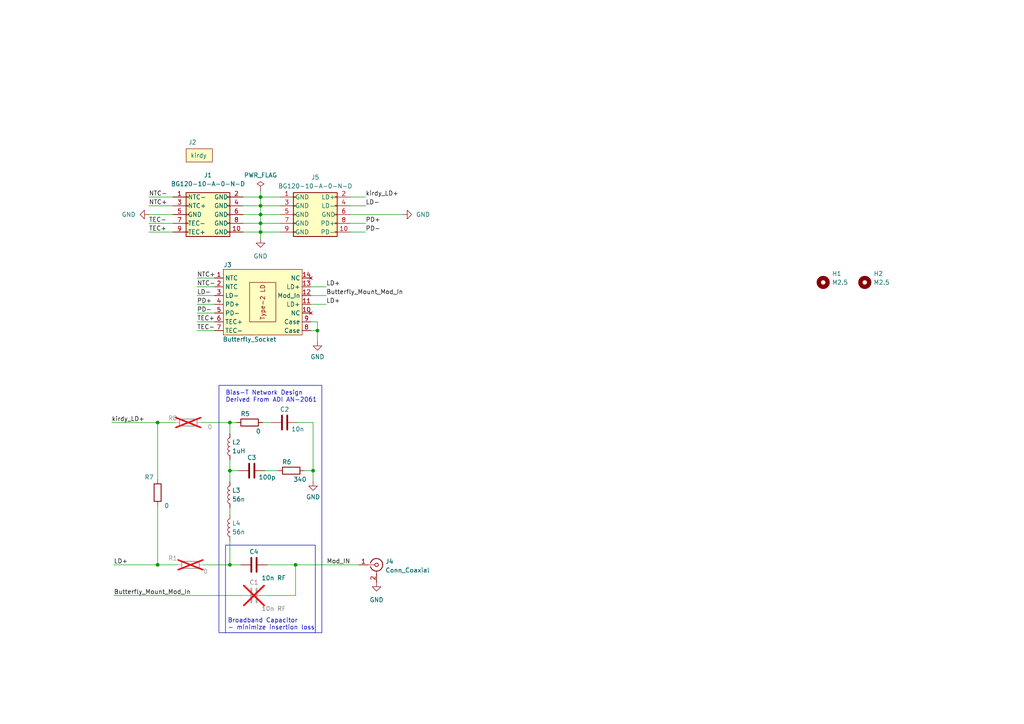
<source format=kicad_sch>
(kicad_sch (version 20230121) (generator eeschema)
  (paper "A4")
  (title_block (title "kirdy_adapter_type_2_LD") (date "2023-11-14") (rev "rev0_1") (company "M-Labs Limited"))
  (lib_symbols
    (symbol "Connector:Conn_Coaxial" (pin_names (offset 1.016) hide)
      (property "Reference" "J" (at 0.254 3.048 0))
      (property "Value" "Conn_Coaxial" (at 2.921 0 90))
      (symbol "Conn_Coaxial_0_1"
        (arc (start -1.778 -0.508) (mid 0.2311 -1.8066) (end 1.778 0) (stroke (width 0.254)))
        (polyline (pts (xy -2.54 0) (xy -0.508 0)))
        (polyline (pts (xy 0 -2.54) (xy 0 -1.778)))
        (circle (center 0 0) (radius 0.508) (stroke (width 0.2032)))
        (arc (start 1.778 0) (mid 0.2099 1.8101) (end -1.778 0.508) (stroke (width 0.254)))
      )
      (symbol "Conn_Coaxial_1_1"
        (pin passive line (at -5.08 0 0) (length 2.54) (name "In") (number "1"))
        (pin passive line (at 0 -5.08 90) (length 2.54) (name "Ext") (number "2"))
      )
    )
    (symbol "Device:C" (pin_numbers hide) (pin_names (offset 0.254))
      (property "Reference" "C" (at 0.635 2.54 0))
      (property "Value" "C" (at 0.635 -2.54 0))
      (symbol "C_0_1"
        (polyline (pts (xy -2.032 -0.762) (xy 2.032 -0.762)) (stroke (width 0.508)))
        (polyline (pts (xy -2.032 0.762) (xy 2.032 0.762)) (stroke (width 0.508)))
      )
      (symbol "C_1_1"
        (pin passive line (at 0 3.81 270) (length 2.794) (name "~") (number "1"))
        (pin passive line (at 0 -3.81 90) (length 2.794) (name "~") (number "2"))
      )
    )
    (symbol "Device:L" (pin_numbers hide) (pin_names (offset 1.016) hide)
      (property "Reference" "L" (at -1.27 0 90))
      (property "Value" "L" (at 1.905 0 90))
      (symbol "L_0_1"
        (arc (start 0 -2.54) (mid 0.6323 -1.905) (end 0 -1.27))
        (arc (start 0 -1.27) (mid 0.6323 -0.635) (end 0 0))
        (arc (start 0 0) (mid 0.6323 0.635) (end 0 1.27))
        (arc (start 0 1.27) (mid 0.6323 1.905) (end 0 2.54))
      )
      (symbol "L_1_1"
        (pin passive line (at 0 3.81 270) (length 1.27) (name "1") (number "1"))
        (pin passive line (at 0 -3.81 90) (length 1.27) (name "2") (number "2"))
      )
    )
    (symbol "Device:R" (pin_numbers hide) (pin_names (offset 0))
      (property "Reference" "R" (at 2.032 0 90))
      (property "Value" "R" (at 0 0 90))
      (symbol "R_0_1"
        (rectangle (start -1.016 -2.54) (end 1.016 2.54) (stroke (width 0.254)))
      )
      (symbol "R_1_1"
        (pin passive line (at 0 3.81 270) (length 1.27) (name "~") (number "1"))
        (pin passive line (at 0 -3.81 90) (length 1.27) (name "~") (number "2"))
      )
    )
    (symbol "Mechanical:MountingHole" (pin_names (offset 1.016))
      (property "Reference" "H" (at 0 5.08 0))
      (property "Value" "MountingHole" (at 0 3.175 0))
      (symbol "MountingHole_0_1"
        (circle (center 0 0) (radius 1.27) (stroke (width 1.27)))
      )
    )
    (symbol "kirdy_adapter:butterfly_socket_type_2"
      (property "Reference" "J" (at 1.27 1.27 0))
      (property "Value" "Butterfly_Socket" (at 7.62 -20.32 0))
      (symbol "butterfly_socket_type_2_1_1"
        (rectangle (start 0 0) (end 22.86 -19.05) (fill (type background)))
        (rectangle (start 7.62 -3.81) (end 15.24 -15.24))
        (text "Type-2 LD" (at 11.43 -9.525 900) (effects (font (size 1.27 1.27))))
        (pin input line (at -2.54 -2.54 0) (length 2.54) (name "NTC") (number "1"))
        (pin no_connect line (at 25.4 -12.7 180) (length 2.54) (name "NC") (number "10"))
        (pin passive line (at 25.4 -10.16 180) (length 2.54) (name "LD+") (number "11"))
        (pin passive line (at 25.4 -7.62 180) (length 2.54) (name "Mod_In") (number "12"))
        (pin passive line (at 25.4 -5.08 180) (length 2.54) (name "LD+") (number "13"))
        (pin no_connect line (at 25.4 -2.54 180) (length 2.54) (name "NC") (number "14"))
        (pin input line (at -2.54 -5.08 0) (length 2.54) (name "NTC") (number "2"))
        (pin input line (at -2.54 -7.62 0) (length 2.54) (name "LD-") (number "3"))
        (pin input line (at -2.54 -10.16 0) (length 2.54) (name "PD+") (number "4"))
        (pin input line (at -2.54 -12.7 0) (length 2.54) (name "PD-") (number "5"))
        (pin passive line (at -2.54 -15.24 0) (length 2.54) (name "TEC+") (number "6"))
        (pin passive line (at -2.54 -17.78 0) (length 2.54) (name "TEC-") (number "7"))
        (pin passive line (at 25.4 -17.78 180) (length 2.54) (name "Case") (number "8"))
        (pin passive line (at 25.4 -15.24 180) (length 2.54) (name "Case") (number "9"))
      )
    )
    (symbol "kirdy_adapter:kirdy_3d_model"
      (property "Reference" "J" (at 1.27 1.27 0))
      (property "Value" "kirdy" (at 3.81 -1.905 0))
      (symbol "kirdy_3d_model_1_1"
        (rectangle (start 0 0) (end 7.62 -3.81) (fill (type background)))
      )
    )
    (symbol "kirdy_adapter:kirdy_socket_1"
      (property "Reference" "J" (at 5.08 2.54 0))
      (property "Value" "BG120-10-A-0-N-D" (at 10.16 -12.7 0))
      (symbol "kirdy_socket_1_1_1"
        (rectangle (start 3.81 -10.033) (end 4.445 -10.287) (stroke (width 0.1524)))
        (rectangle (start 3.81 -7.493) (end 4.445 -7.747) (stroke (width 0.1524)))
        (rectangle (start 3.81 -4.953) (end 4.445 -5.207) (stroke (width 0.1524)))
        (rectangle (start 3.81 -2.413) (end 4.445 -2.667) (stroke (width 0.1524)))
        (rectangle (start 3.81 0.127) (end 4.445 -0.127) (stroke (width 0.1524)))
        (rectangle (start 3.81 1.27) (end 16.51 -11.43) (stroke (width 0.254)) (fill (type background)))
        (rectangle (start 15.875 -10.033) (end 16.51 -10.287) (stroke (width 0.1524)))
        (rectangle (start 15.875 -7.493) (end 16.51 -7.747) (stroke (width 0.1524)))
        (rectangle (start 15.875 -4.953) (end 16.51 -5.207) (stroke (width 0.1524)))
        (rectangle (start 15.875 -2.413) (end 16.51 -2.667) (stroke (width 0.1524)))
        (rectangle (start 15.875 0.127) (end 16.51 -0.127) (stroke (width 0.1524)))
        (pin passive line (at 0 0 0) (length 3.81) (name "NTC-") (number "1"))
        (pin passive line (at 20.32 -10.16 180) (length 3.81) (name "GND") (number "10"))
        (pin passive line (at 20.32 0 180) (length 3.81) (name "GND") (number "2"))
        (pin passive line (at 0 -2.54 0) (length 3.81) (name "NTC+") (number "3"))
        (pin passive line (at 20.32 -2.54 180) (length 3.81) (name "GND") (number "4"))
        (pin passive line (at 0 -5.08 0) (length 3.81) (name "GND") (number "5"))
        (pin passive line (at 20.32 -5.08 180) (length 3.81) (name "GND") (number "6"))
        (pin passive line (at 0 -7.62 0) (length 3.81) (name "TEC-") (number "7"))
        (pin passive line (at 20.32 -7.62 180) (length 3.81) (name "GND") (number "8"))
        (pin passive line (at 0 -10.16 0) (length 3.81) (name "TEC+") (number "9"))
      )
    )
    (symbol "kirdy_adapter:kirdy_socket_2"
      (property "Reference" "J" (at 5.08 2.54 0))
      (property "Value" "BG120-10-A-0-N-D" (at 10.16 -12.7 0))
      (symbol "kirdy_socket_2_1_1"
        (rectangle (start 3.81 -10.033) (end 4.445 -10.287) (stroke (width 0.1524)))
        (rectangle (start 3.81 -7.493) (end 4.445 -7.747) (stroke (width 0.1524)))
        (rectangle (start 3.81 -4.953) (end 4.445 -5.207) (stroke (width 0.1524)))
        (rectangle (start 3.81 -2.413) (end 4.445 -2.667) (stroke (width 0.1524)))
        (rectangle (start 3.81 0.127) (end 4.445 -0.127) (stroke (width 0.1524)))
        (rectangle (start 3.81 1.27) (end 16.51 -11.43) (stroke (width 0.254)) (fill (type background)))
        (rectangle (start 15.875 -10.033) (end 16.51 -10.287) (stroke (width 0.1524)))
        (rectangle (start 15.875 -7.493) (end 16.51 -7.747) (stroke (width 0.1524)))
        (rectangle (start 15.875 -4.953) (end 16.51 -5.207) (stroke (width 0.1524)))
        (rectangle (start 15.875 -2.413) (end 16.51 -2.667) (stroke (width 0.1524)))
        (rectangle (start 15.875 0.127) (end 16.51 -0.127) (stroke (width 0.1524)))
        (pin passive line (at 0 0 0) (length 3.81) (name "GND") (number "1"))
        (pin passive line (at 20.32 -10.16 180) (length 3.81) (name "PD-") (number "10"))
        (pin passive line (at 20.32 0 180) (length 3.81) (name "LD+") (number "2"))
        (pin passive line (at 0 -2.54 0) (length 3.81) (name "GND") (number "3"))
        (pin passive line (at 20.32 -2.54 180) (length 3.81) (name "LD-") (number "4"))
        (pin passive line (at 0 -5.08 0) (length 3.81) (name "GND") (number "5"))
        (pin passive line (at 20.32 -5.08 180) (length 3.81) (name "GND") (number "6"))
        (pin passive line (at 0 -7.62 0) (length 3.81) (name "GND") (number "7"))
        (pin passive line (at 20.32 -7.62 180) (length 3.81) (name "PD+") (number "8"))
        (pin passive line (at 0 -10.16 0) (length 3.81) (name "GND") (number "9"))
      )
    )
    (symbol "power:GND" (power) (pin_names (offset 0))
      (property "Value" "GND" (at 0 -3.81 0))
      (symbol "GND_0_1"
        (polyline (pts (xy 0 0) (xy 0 -1.27) (xy 1.27 -1.27) (xy 0 -2.54) (xy -1.27 -1.27) (xy 0 -1.27)))
      )
      (symbol "GND_1_1"
        (pin power_in line (at 0 0 270) (length 0) hide (name "GND") (number "1"))
      )
    )
    (symbol "power:PWR_FLAG" (power) (pin_numbers hide) (pin_names (offset 0) hide)
      (property "Value" "PWR_FLAG" (at 0 3.81 0))
      (symbol "PWR_FLAG_0_0"
        (pin power_out line (at 0 0 90) (length 0) (name "pwr") (number "1"))
      )
      (symbol "PWR_FLAG_0_1"
        (polyline (pts (xy 0 0) (xy 0 1.27) (xy -1.016 1.905) (xy 0 2.54) (xy 1.016 1.905) (xy 0 1.27)))
      )
    )
  )
  (junction (at 45.72 163.83))
  (junction (at 75.565 59.69))
  (junction (at 75.565 62.23))
  (junction (at 66.675 122.555))
  (junction (at 85.725 163.83))
  (junction (at 66.675 163.83))
  (junction (at 66.675 136.525))
  (junction (at 75.565 57.15))
  (junction (at 45.72 122.555))
  (junction (at 75.565 67.31))
  (junction (at 75.565 64.77))
  (junction (at 90.805 136.525))
  (junction (at 92.075 95.885))
  (wire (pts (xy 57.15 90.805) (xy 62.23 90.805)))
  (wire (pts (xy 45.72 163.83) (xy 51.435 163.83)))
  (wire (pts (xy 57.15 95.885) (xy 62.23 95.885)))
  (wire (pts (xy 75.565 67.31) (xy 81.28 67.31)))
  (wire (pts (xy 66.675 136.525) (xy 66.675 139.7)))
  (wire (pts (xy 75.565 67.31) (xy 70.485 67.31)))
  (wire (pts (xy 75.565 59.69) (xy 75.565 62.23)))
  (wire (pts (xy 66.675 147.32) (xy 66.675 149.225)))
  (wire (pts (xy 92.075 95.885) (xy 92.075 99.06)))
  (wire (pts (xy 33.02 172.72) (xy 69.85 172.72)))
  (wire (pts (xy 43.18 59.69) (xy 50.165 59.69)))
  (wire (pts (xy 75.565 62.23) (xy 75.565 64.77)))
  (wire (pts (xy 57.15 85.725) (xy 62.23 85.725)))
  (wire (pts (xy 86.36 122.555) (xy 90.805 122.555)))
  (wire (pts (xy 94.615 88.265) (xy 90.17 88.265)))
  (wire (pts (xy 106.045 57.15) (xy 101.6 57.15)))
  (wire (pts (xy 92.075 93.345) (xy 90.17 93.345)))
  (wire (pts (xy 66.675 156.845) (xy 66.675 163.83)))
  (wire (pts (xy 45.72 122.555) (xy 50.8 122.555)))
  (wire (pts (xy 57.15 80.645) (xy 62.23 80.645)))
  (wire (pts (xy 77.47 163.83) (xy 85.725 163.83)))
  (wire (pts (xy 66.675 163.83) (xy 69.85 163.83)))
  (wire (pts (xy 85.725 172.72) (xy 85.725 163.83)))
  (wire (pts (xy 45.72 139.065) (xy 45.72 122.555)))
  (wire (pts (xy 94.615 83.185) (xy 90.17 83.185)))
  (wire (pts (xy 76.2 122.555) (xy 78.74 122.555)))
  (wire (pts (xy 75.565 59.69) (xy 81.28 59.69)))
  (wire (pts (xy 75.565 57.15) (xy 81.28 57.15)))
  (wire (pts (xy 116.84 62.23) (xy 101.6 62.23)))
  (wire (pts (xy 75.565 57.15) (xy 75.565 59.69)))
  (wire (pts (xy 75.565 69.215) (xy 75.565 67.31)))
  (wire (pts (xy 92.075 93.345) (xy 92.075 95.885)))
  (wire (pts (xy 106.045 64.77) (xy 101.6 64.77)))
  (wire (pts (xy 88.265 136.525) (xy 90.805 136.525)))
  (wire (pts (xy 75.565 55.245) (xy 75.565 57.15)))
  (wire (pts (xy 70.485 62.23) (xy 75.565 62.23)))
  (wire (pts (xy 57.15 83.185) (xy 62.23 83.185)))
  (wire (pts (xy 85.725 163.83) (xy 104.14 163.83)))
  (wire (pts (xy 106.045 67.31) (xy 101.6 67.31)))
  (wire (pts (xy 69.215 136.525) (xy 66.675 136.525)))
  (wire (pts (xy 43.18 64.77) (xy 50.165 64.77)))
  (wire (pts (xy 94.615 85.725) (xy 90.17 85.725)))
  (wire (pts (xy 32.385 122.555) (xy 45.72 122.555)))
  (wire (pts (xy 43.18 62.23) (xy 50.165 62.23)))
  (wire (pts (xy 106.045 59.69) (xy 101.6 59.69)))
  (wire (pts (xy 45.72 146.685) (xy 45.72 163.83)))
  (wire (pts (xy 90.805 136.525) (xy 90.805 139.7)))
  (wire (pts (xy 70.485 57.15) (xy 75.565 57.15)))
  (wire (pts (xy 77.47 172.72) (xy 85.725 172.72)))
  (wire (pts (xy 58.42 122.555) (xy 66.675 122.555)))
  (wire (pts (xy 92.075 95.885) (xy 90.17 95.885)))
  (wire (pts (xy 90.805 122.555) (xy 90.805 136.525)))
  (wire (pts (xy 76.835 136.525) (xy 80.645 136.525)))
  (wire (pts (xy 59.055 163.83) (xy 66.675 163.83)))
  (wire (pts (xy 50.165 57.15) (xy 43.18 57.15)))
  (wire (pts (xy 57.15 93.345) (xy 62.23 93.345)))
  (wire (pts (xy 70.485 64.77) (xy 75.565 64.77)))
  (wire (pts (xy 57.15 88.265) (xy 62.23 88.265)))
  (wire (pts (xy 66.675 122.555) (xy 68.58 122.555)))
  (wire (pts (xy 43.18 67.31) (xy 50.165 67.31)))
  (wire (pts (xy 75.565 64.77) (xy 81.28 64.77)))
  (wire (pts (xy 66.675 122.555) (xy 66.675 125.73)))
  (wire (pts (xy 33.02 163.83) (xy 45.72 163.83)))
  (wire (pts (xy 75.565 62.23) (xy 81.28 62.23)))
  (wire (pts (xy 66.675 133.35) (xy 66.675 136.525)))
  (wire (pts (xy 70.485 59.69) (xy 75.565 59.69)))
  (wire (pts (xy 75.565 64.77) (xy 75.565 67.31)))
  (rectangle (start 65.405 158.115) (end 91.44 183.515))
  (rectangle (start 63.5 111.76) (end 93.345 183.515))
  (text "Bias-T Network Design\nDerived From ADI AN-2061" (at 65.405 116.84 0) (effects (font (size 1.27 1.27)) (justify left bottom)))
  (text "Broadband Capacitor\n- minimize insertion loss" (at 66.04 182.88 0) (effects (font (size 1.27 1.27)) (justify left bottom)))
  (label "LD-" (at 57.15 85.725 0))
  (label "TEC+" (at 43.18 67.31 0))
  (label "PD+" (at 106.045 64.77 0))
  (label "PD+" (at 57.15 88.265 0))
  (label "LD+" (at 94.615 88.265 0))
  (label "TEC-" (at 43.18 64.77 0))
  (label "kirdy_LD+" (at 32.385 122.555 0))
  (label "TEC+" (at 57.15 93.345 0))
  (label "Butterfly_Mount_Mod_In" (at 94.615 85.725 0))
  (label "Butterfly_Mount_Mod_In" (at 33.02 172.72 0))
  (label "LD+" (at 94.615 83.185 0))
  (label "NTC+" (at 43.18 59.69 0))
  (label "NTC-" (at 57.15 83.185 0))
  (label "Mod_IN" (at 101.6 163.83 180))
  (label "PD-" (at 106.045 67.31 0))
  (label "kirdy_LD+" (at 106.045 57.15 0))
  (label "NTC-" (at 43.18 57.15 0))
  (label "LD+" (at 33.02 163.83 0))
  (label "TEC-" (at 57.15 95.885 0))
  (label "PD-" (at 57.15 90.805 0))
  (label "LD-" (at 106.045 59.69 0))
  (label "NTC+" (at 57.15 80.645 0))
  (symbol (lib_id "Mechanical:MountingHole") (at 238.76 81.915 0) (unit 1)
    (property "Reference" "H1" (at 241.3 79.375 0) (effects (justify left)))
    (property "Value" "M2.5" (at 241.3 81.915 0) (effects (justify left)))
    (property "Footprint" "MountingHole:MountingHole_2.7mm_M2.5" (effects hide))
  )
  (symbol (lib_id "Device:C") (at 73.66 172.72 90) (unit 1) (dnp yes)
    (property "Reference" "C1" (at 73.66 168.91 90))
    (property "Value" "10n RF" (at 79.375 176.53 90))
    (property "Footprint" "Capacitor_SMD:C_0402_1005Metric" (effects hide))
    (property "MFR_PN" "560L104YTRB" (effects hide))
  )
  (symbol (lib_id "Mechanical:MountingHole") (at 250.825 81.915 0) (unit 1)
    (property "Reference" "H2" (at 253.365 79.375 0) (effects (justify left)))
    (property "Value" "M2.5" (at 253.365 81.915 0) (effects (justify left)))
    (property "Footprint" "MountingHole:MountingHole_2.7mm_M2.5" (effects hide))
  )
  (symbol (lib_id "power:GND") (at 92.075 99.06 0) (unit 1)
    (property "Reference" "#PWR04" (effects hide))
    (property "Value" "GND" (at 92.075 103.505 0))
  )
  (symbol (lib_id "kirdy_adapter:butterfly_socket_type_2") (at 64.77 78.105 0) (unit 1)
    (property "Reference" "J3" (at 66.04 76.835 0))
    (property "Value" "Butterfly_Socket" (at 72.39 98.425 0))
    (property "Footprint" "laserSocket:Butterfly_Socket" (effects hide))
    (property "Datasheet" "https://m.tb.cn/h.5QDXYK1?tk=wr4mW3e8DlQ" (effects hide))
    (property "MFR_PN" "https://m.tb.cn/h.5QDXYK1?tk=wr4mW3e8DlQ" (effects hide))
    (property "MFR_PN_ALT" "Open on Mobile Version of Taobao. Communuicate with the vendor for customized part." (effects hide))
  )
  (symbol (lib_id "kirdy_adapter:kirdy_3d_model") (at 53.975 43.18 0) (unit 1)
    (property "Reference" "J2" (at 54.61 41.275 0) (effects (justify left)))
    (property "Value" "kirdy" (at 55.245 45.085 0) (effects (justify left)))
    (property "Footprint" "laserSocket:kirdy_socket" (effects hide))
    (property "MFR_PN" "kirdy" (effects hide))
  )
  (symbol (lib_id "Device:R") (at 54.61 122.555 90) (unit 1) (dnp yes)
    (property "Reference" "R8" (at 51.435 121.285 90) (effects (justify left)))
    (property "Value" "0" (at 61.595 123.825 90) (effects (justify left)))
    (property "Footprint" "Resistor_SMD:R_0805_2012Metric" (effects hide))
    (property "MFR_PN" "RCA08050000ZSEA" (effects hide))
  )
  (symbol (lib_id "kirdy_adapter:kirdy_socket_1") (at 50.165 57.15 0) (unit 1)
    (property "Reference" "J1" (at 60.325 50.8 0))
    (property "Value" "BG120-10-A-0-N-D" (at 60.325 53.34 0))
    (property "Footprint" "laserSocket:BG120-10-A-0-N-D" (effects hide))
    (property "MFR_PN" "BG120-10-A-0-N-D" (effects hide))
  )
  (symbol (lib_id "Device:C") (at 82.55 122.555 90) (unit 1)
    (property "Reference" "C2" (at 82.55 118.745 90))
    (property "Value" "10n" (at 86.36 124.46 90))
    (property "Footprint" "Capacitor_SMD:C_0402_1005Metric" (effects hide))
    (property "MFR_PN" "C1005X7S2A103K050BB" (effects hide))
  )
  (symbol (lib_id "power:GND") (at 116.84 62.23 90) (unit 1)
    (property "Reference" "#PWR05" (effects hide))
    (property "Value" "GND" (at 120.65 62.23 90) (effects (justify right)))
  )
  (symbol (lib_id "Device:L") (at 66.675 143.51 180) (unit 1)
    (property "Reference" "L3" (at 67.31 142.24 0) (effects (justify right)))
    (property "Value" "56n" (at 67.31 144.78 0) (effects (justify right)))
    (property "Footprint" "Inductor_SMD:L_0402_1005Metric" (effects hide))
    (property "MFR_PN" "0402DF-560XJRW" (effects hide))
  )
  (symbol (lib_id "Device:L") (at 66.675 153.035 180) (unit 1)
    (property "Reference" "L4" (at 67.31 151.765 0) (effects (justify right)))
    (property "Value" "56n" (at 67.31 154.305 0) (effects (justify right)))
    (property "Footprint" "Inductor_SMD:L_0402_1005Metric" (effects hide))
    (property "MFR_PN" "0402DF-560XJRW" (effects hide))
  )
  (symbol (lib_id "kirdy_adapter:kirdy_socket_2") (at 81.28 57.15 0) (unit 1)
    (property "Reference" "J5" (at 91.44 51.435 0))
    (property "Value" "BG120-10-A-0-N-D" (at 91.44 53.975 0))
    (property "Footprint" "laserSocket:BG120-10-A-0-N-D" (effects hide))
    (property "MFR_PN" "BG120-10-A-0-N-D" (effects hide))
  )
  (symbol (lib_id "Device:R") (at 84.455 136.525 90) (unit 1)
    (property "Reference" "R6" (at 83.185 133.985 90))
    (property "Value" "340" (at 86.995 139.065 90))
    (property "Footprint" "Resistor_SMD:R_0402_1005Metric" (effects hide))
    (property "MFR_PN" "ERA-2AEB3400X " (effects hide))
  )
  (symbol (lib_id "power:GND") (at 75.565 69.215 0) (unit 1)
    (property "Reference" "#PWR03" (effects hide))
    (property "Value" "GND" (at 75.565 74.295 0))
  )
  (symbol (lib_id "Device:R") (at 72.39 122.555 90) (unit 1)
    (property "Reference" "R5" (at 71.12 120.015 90))
    (property "Value" "0" (at 74.93 125.095 90))
    (property "Footprint" "Resistor_SMD:R_0402_1005Metric" (effects hide))
    (property "MFR_PN" "ERJ-2GE0R00X " (effects hide))
  )
  (symbol (lib_id "Device:C") (at 73.025 136.525 90) (unit 1)
    (property "Reference" "C3" (at 73.025 132.715 90))
    (property "Value" "100p" (at 77.47 138.43 90))
    (property "Footprint" "Capacitor_SMD:C_0402_1005Metric" (effects hide))
    (property "MFR_PN" "CC0402JRNPO9BN101" (effects hide))
  )
  (symbol (lib_id "power:GND") (at 109.22 168.91 0) (unit 1)
    (property "Reference" "#PWR02" (effects hide))
    (property "Value" "GND" (at 109.22 173.99 0))
  )
  (symbol (lib_id "power:GND") (at 90.805 139.7 0) (unit 1)
    (property "Reference" "#PWR06" (effects hide))
    (property "Value" "GND" (at 90.805 144.145 0))
  )
  (symbol (lib_id "Device:R") (at 55.245 163.83 90) (unit 1) (dnp yes)
    (property "Reference" "R1" (at 51.435 161.925 90) (effects (justify left)))
    (property "Value" "0" (at 60.325 165.735 90) (effects (justify left)))
    (property "Footprint" "Resistor_SMD:R_0805_2012Metric" (effects hide))
    (property "MFR_PN" "RCA08050000ZSEA" (effects hide))
  )
  (symbol (lib_id "power:GND") (at 43.18 62.23 270) (unit 1)
    (property "Reference" "#PWR01" (effects hide))
    (property "Value" "GND" (at 39.37 62.23 90) (effects (justify right)))
  )
  (symbol (lib_id "Device:R") (at 45.72 142.875 0) (unit 1)
    (property "Reference" "R7" (at 41.91 138.43 0) (effects (justify left)))
    (property "Value" "0" (at 47.625 146.685 0) (effects (justify left)))
    (property "Footprint" "Resistor_SMD:R_0805_2012Metric" (effects hide))
    (property "MFR_PN" "RCA08050000ZSEA" (effects hide))
  )
  (symbol (lib_id "Device:L") (at 66.675 129.54 180) (unit 1)
    (property "Reference" "L2" (at 67.31 128.27 0) (effects (justify right)))
    (property "Value" "1uH" (at 67.31 130.81 0) (effects (justify right)))
    (property "Footprint" "Inductor_SMD:L_0805_2012Metric" (effects hide))
    (property "MFR_PN" "0805LS-102XJRC" (effects hide))
  )
  (symbol (lib_id "Device:C") (at 73.66 163.83 90) (unit 1)
    (property "Reference" "C4" (at 73.66 160.02 90))
    (property "Value" "10n RF" (at 79.375 167.64 90))
    (property "Footprint" "Capacitor_SMD:C_0402_1005Metric" (effects hide))
    (property "MFR_PN" "520L103KT16T" (effects hide))
  )
  (symbol (lib_id "power:PWR_FLAG") (at 75.565 55.245 0) (unit 1)
    (property "Reference" "#FLG01" (effects hide))
    (property "Value" "PWR_FLAG" (at 75.565 50.8 0))
  )
  (symbol (lib_id "Connector:Conn_Coaxial") (at 109.22 163.83 0) (unit 1)
    (property "Reference" "J4" (at 111.76 162.8531 0) (effects (justify left)))
    (property "Value" "Conn_Coaxial" (at 111.76 165.3931 0) (effects (justify left)))
    (property "Footprint" "Connector_Coaxial:SMA_Amphenol_132289_EdgeMount" (effects hide))
    (property "Datasheet" " ~" (effects hide))
    (property "MFR_PN" "132289" (effects hide))
  )
)
</source>
